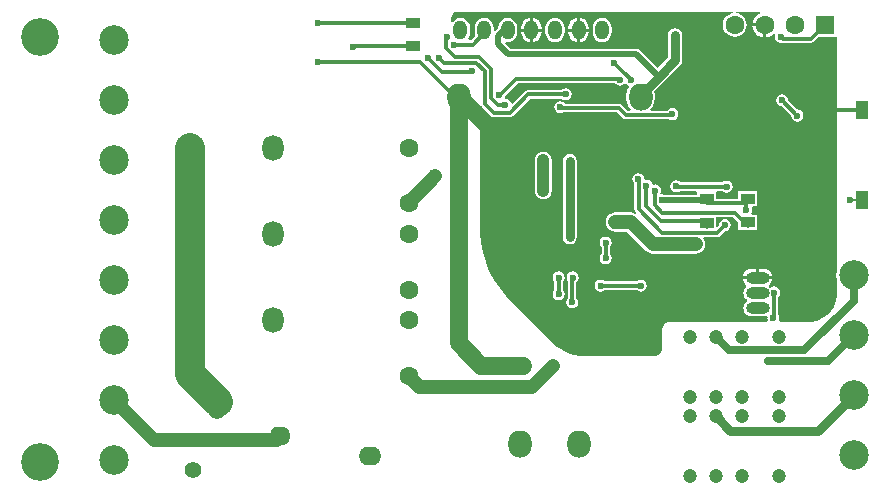
<source format=gtl>
G04 Layer_Physical_Order=1*
G04 Layer_Color=255*
%FSLAX44Y44*%
%MOMM*%
G71*
G01*
G75*
%ADD10R,1.2000X0.9000*%
%ADD11R,1.0000X1.6000*%
%ADD12C,0.3000*%
%ADD13C,1.2000*%
%ADD14C,0.7000*%
%ADD15C,0.8000*%
%ADD16C,0.2000*%
%ADD17C,0.5000*%
%ADD18C,1.0000*%
%ADD19C,2.5000*%
%ADD20C,1.5000*%
%ADD21C,1.6000*%
%ADD22R,1.6000X1.6000*%
%ADD23C,1.2000*%
%ADD24C,2.5000*%
%ADD25O,1.8000X2.2000*%
%ADD26O,1.8000X1.6000*%
%ADD27O,1.9000X1.6000*%
%ADD28C,3.2000*%
%ADD29O,2.0000X2.3000*%
%ADD30C,1.4000*%
%ADD31O,2.0000X1.0000*%
%ADD32O,2.0000X1.0000*%
%ADD33O,1.2000X1.6000*%
%ADD34C,0.6000*%
G36*
X635005Y405161D02*
X633241Y404431D01*
X631039Y402741D01*
X629349Y400540D01*
X628287Y397976D01*
X628092Y396494D01*
X638556D01*
Y395224D01*
X639826D01*
Y384760D01*
X641308Y384955D01*
X643872Y386017D01*
X646073Y387707D01*
X646243Y387928D01*
X647308Y387269D01*
X646920Y385318D01*
X647308Y383367D01*
X648413Y381713D01*
X650067Y380608D01*
X652018Y380220D01*
X652745Y380365D01*
X653796Y380155D01*
X677856D01*
X679222Y380427D01*
X680379Y381201D01*
X684403Y385224D01*
X698500D01*
X699356Y385224D01*
X699770Y384126D01*
Y230632D01*
X699770Y187552D01*
X699613Y187173D01*
X699115Y183388D01*
X699613Y179603D01*
X699770Y179224D01*
Y168148D01*
X699770Y168148D01*
X699770Y165771D01*
X698842Y161109D01*
X697024Y156718D01*
X694383Y152766D01*
X691022Y149405D01*
X687070Y146764D01*
X682678Y144945D01*
X678017Y144018D01*
X675640Y144018D01*
X651076D01*
X650478Y145138D01*
X650632Y145369D01*
X651020Y147320D01*
X650632Y149271D01*
X649999Y150219D01*
Y165027D01*
X650035Y165051D01*
X651140Y166705D01*
X651528Y168656D01*
X651140Y170607D01*
X650035Y172261D01*
X648381Y173366D01*
X646430Y173754D01*
X644479Y173366D01*
X643154Y172480D01*
X642452Y173394D01*
X642170Y173611D01*
Y175212D01*
X642838Y175724D01*
X644046Y177299D01*
X644806Y179134D01*
X644898Y179832D01*
X632460D01*
X620022D01*
X620114Y179134D01*
X620874Y177299D01*
X622082Y175724D01*
X622750Y175212D01*
Y173611D01*
X622468Y173394D01*
X621345Y171932D01*
X620640Y170229D01*
X620400Y168402D01*
X620640Y166575D01*
X621345Y164872D01*
X622468Y163410D01*
X623212Y162839D01*
Y161265D01*
X622467Y160694D01*
X621345Y159232D01*
X620640Y157529D01*
X620400Y155702D01*
X620640Y153875D01*
X621345Y152172D01*
X622467Y150710D01*
X623930Y149587D01*
X625633Y148882D01*
X627460Y148642D01*
X637460D01*
X639287Y148882D01*
X639889Y149132D01*
X641003Y148218D01*
X640824Y147320D01*
X641212Y145369D01*
X641367Y145138D01*
X640768Y144018D01*
X557530Y144018D01*
Y144018D01*
X556440Y143911D01*
X554426Y143076D01*
X552884Y141535D01*
X552049Y139520D01*
X551942Y138430D01*
X551942Y122428D01*
X551942Y122428D01*
Y121652D01*
X551639Y120131D01*
X551046Y118698D01*
X550184Y117409D01*
X549087Y116312D01*
X547798Y115450D01*
X546365Y114857D01*
X544843Y114554D01*
X544068D01*
X487963Y114554D01*
X485911D01*
X481827Y114956D01*
X477802Y115757D01*
X473875Y116948D01*
X470083Y118519D01*
X466464Y120453D01*
X463052Y122733D01*
X459879Y125337D01*
X458428Y126787D01*
X422497Y162719D01*
X422497Y162719D01*
X422497Y162719D01*
X419504Y165712D01*
X414132Y172258D01*
X409428Y179298D01*
X405436Y186766D01*
X402196Y194589D01*
X399738Y202692D01*
X398086Y210997D01*
X397256Y219424D01*
X397256Y223657D01*
X397256Y306070D01*
X397256Y326957D01*
X398526Y327082D01*
X398531Y327056D01*
X399305Y325899D01*
X406821Y318383D01*
X407978Y317609D01*
X409344Y317337D01*
X422506D01*
X423872Y317609D01*
X425029Y318383D01*
X439478Y332831D01*
X466349D01*
X466373Y332795D01*
X468027Y331690D01*
X469978Y331302D01*
X471929Y331690D01*
X473583Y332795D01*
X474688Y334449D01*
X475076Y336400D01*
X474688Y338351D01*
X473583Y340005D01*
X471929Y341110D01*
X469978Y341498D01*
X468027Y341110D01*
X466373Y340005D01*
X466349Y339969D01*
X438000D01*
X436634Y339697D01*
X435477Y338923D01*
X425027Y328473D01*
X423648Y328891D01*
X423556Y329357D01*
X422451Y331011D01*
X420797Y332116D01*
X419007Y332472D01*
X418217Y333575D01*
X418222Y333583D01*
X418497Y334964D01*
X429214Y345681D01*
X512160D01*
X512523Y345137D01*
X514177Y344032D01*
X516128Y343644D01*
X518079Y344032D01*
X519733Y345137D01*
X519938Y345444D01*
X521208D01*
X521413Y345137D01*
X523046Y344046D01*
X523243Y343900D01*
X523580Y342655D01*
X522956Y341842D01*
X521747Y338923D01*
X521334Y335790D01*
Y332790D01*
X521747Y329657D01*
X522956Y326738D01*
X524879Y324231D01*
X525253Y323945D01*
X524844Y322743D01*
X522536D01*
X517865Y327413D01*
X516708Y328187D01*
X515342Y328459D01*
X469671D01*
X469167Y329213D01*
X467513Y330318D01*
X465562Y330706D01*
X463611Y330318D01*
X461957Y329213D01*
X460852Y327559D01*
X460464Y325608D01*
X460852Y323657D01*
X461957Y322003D01*
X463611Y320898D01*
X465562Y320510D01*
X467513Y320898D01*
X468147Y321321D01*
X513864D01*
X518535Y316651D01*
X519692Y315877D01*
X521058Y315605D01*
X557581D01*
X558373Y315076D01*
X560324Y314688D01*
X562275Y315076D01*
X563929Y316181D01*
X565034Y317835D01*
X565422Y319786D01*
X565034Y321737D01*
X563929Y323391D01*
X562275Y324496D01*
X560324Y324884D01*
X558373Y324496D01*
X556719Y323391D01*
X556286Y322743D01*
X542032D01*
X541623Y323945D01*
X541996Y324231D01*
X543920Y326738D01*
X545129Y329657D01*
X545542Y332790D01*
Y335790D01*
X545129Y338923D01*
X545071Y339062D01*
X553093Y347083D01*
X553093Y347083D01*
X566936Y360926D01*
X568262Y362911D01*
X568727Y365252D01*
Y386334D01*
X568262Y388675D01*
X566936Y390660D01*
X564951Y391986D01*
X562610Y392452D01*
X560269Y391986D01*
X558284Y390660D01*
X556958Y388675D01*
X556493Y386334D01*
Y367786D01*
X547686Y358979D01*
X532834Y373830D01*
X531346Y374825D01*
X529590Y375174D01*
X423287D01*
X418522Y379939D01*
X418557Y380063D01*
X419189Y381068D01*
X420944Y380837D01*
X423032Y381112D01*
X424978Y381918D01*
X426650Y383200D01*
X427932Y384871D01*
X428738Y386818D01*
X429013Y388906D01*
Y392906D01*
X428738Y394994D01*
X427932Y396940D01*
X426650Y398612D01*
X424978Y399894D01*
X423032Y400700D01*
X420944Y400975D01*
X418856Y400700D01*
X416909Y399894D01*
X415238Y398612D01*
X413956Y396940D01*
X413150Y394994D01*
X412875Y392906D01*
Y392440D01*
X410283Y389848D01*
X409013Y390374D01*
Y392906D01*
X408738Y394994D01*
X407932Y396940D01*
X406650Y398612D01*
X404978Y399894D01*
X403032Y400700D01*
X400944Y400975D01*
X398856Y400700D01*
X396909Y399894D01*
X395238Y398612D01*
X393956Y396940D01*
X393150Y394994D01*
X392875Y392906D01*
Y388906D01*
X393150Y386818D01*
X393611Y385704D01*
X390431Y382524D01*
X387732D01*
X387105Y383794D01*
X387932Y384871D01*
X388738Y386818D01*
X389013Y388906D01*
Y392906D01*
X388738Y394994D01*
X387932Y396940D01*
X386650Y398612D01*
X384978Y399894D01*
X383032Y400700D01*
X380944Y400975D01*
X378856Y400700D01*
X376909Y399894D01*
X375238Y398612D01*
X374396Y397514D01*
X373126Y397945D01*
Y400050D01*
X373126Y400050D01*
X373126Y400050D01*
X373167Y401229D01*
X373507Y402939D01*
X374253Y404742D01*
X375337Y406365D01*
X375404Y406431D01*
X611942D01*
X612025Y405161D01*
X610546Y404967D01*
X608113Y403959D01*
X606024Y402356D01*
X604421Y400267D01*
X603413Y397835D01*
X603070Y395224D01*
X603413Y392613D01*
X604421Y390181D01*
X606024Y388092D01*
X608113Y386489D01*
X610546Y385481D01*
X613156Y385138D01*
X615766Y385481D01*
X618199Y386489D01*
X620288Y388092D01*
X621891Y390181D01*
X622899Y392613D01*
X623242Y395224D01*
X622899Y397835D01*
X621891Y400267D01*
X620288Y402356D01*
X618199Y403959D01*
X615766Y404967D01*
X614287Y405161D01*
X614370Y406431D01*
X634752D01*
X635005Y405161D01*
D02*
G37*
%LPC*%
G36*
X482214Y401353D02*
Y392176D01*
X489558D01*
Y392906D01*
X489264Y395135D01*
X488404Y397213D01*
X487035Y398997D01*
X485251Y400366D01*
X483173Y401226D01*
X482214Y401353D01*
D02*
G37*
G36*
X442214D02*
Y392176D01*
X449558D01*
Y392906D01*
X449264Y395135D01*
X448404Y397213D01*
X447035Y398997D01*
X445251Y400366D01*
X443173Y401226D01*
X442214Y401353D01*
D02*
G37*
G36*
X439674D02*
X438715Y401226D01*
X436637Y400366D01*
X434853Y398997D01*
X433484Y397213D01*
X432624Y395135D01*
X432330Y392906D01*
Y392176D01*
X439674D01*
Y401353D01*
D02*
G37*
G36*
X479674Y401353D02*
X478715Y401226D01*
X476637Y400366D01*
X474853Y398997D01*
X473484Y397213D01*
X472624Y395135D01*
X472330Y392906D01*
Y392176D01*
X479674D01*
Y401353D01*
D02*
G37*
G36*
X637286Y393954D02*
X628092D01*
X628287Y392472D01*
X629349Y389908D01*
X631039Y387707D01*
X633241Y386017D01*
X635804Y384955D01*
X637286Y384760D01*
Y393954D01*
D02*
G37*
G36*
X500944Y400975D02*
X498856Y400700D01*
X496909Y399894D01*
X495238Y398612D01*
X493956Y396940D01*
X493150Y394994D01*
X492875Y392906D01*
Y388906D01*
X493150Y386818D01*
X493956Y384871D01*
X495238Y383200D01*
X496909Y381918D01*
X498856Y381112D01*
X500944Y380837D01*
X503032Y381112D01*
X504978Y381918D01*
X506650Y383200D01*
X507932Y384871D01*
X508738Y386818D01*
X509013Y388906D01*
Y392906D01*
X508738Y394994D01*
X507932Y396940D01*
X506650Y398612D01*
X504978Y399894D01*
X503032Y400700D01*
X500944Y400975D01*
D02*
G37*
G36*
X460944D02*
X458856Y400700D01*
X456909Y399894D01*
X455238Y398612D01*
X453956Y396940D01*
X453150Y394994D01*
X452875Y392906D01*
Y388906D01*
X453150Y386818D01*
X453956Y384871D01*
X455238Y383200D01*
X456909Y381918D01*
X458856Y381112D01*
X460944Y380837D01*
X463032Y381112D01*
X464978Y381918D01*
X466650Y383200D01*
X467932Y384871D01*
X468738Y386818D01*
X469013Y388906D01*
Y392906D01*
X468738Y394994D01*
X467932Y396940D01*
X466650Y398612D01*
X464978Y399894D01*
X463032Y400700D01*
X460944Y400975D01*
D02*
G37*
G36*
X479674Y389636D02*
X472330D01*
Y388906D01*
X472624Y386677D01*
X473484Y384599D01*
X474853Y382815D01*
X476637Y381446D01*
X478715Y380586D01*
X479674Y380460D01*
Y389636D01*
D02*
G37*
G36*
X449558D02*
X442214D01*
Y380460D01*
X443173Y380586D01*
X445251Y381446D01*
X447035Y382815D01*
X448404Y384599D01*
X449264Y386677D01*
X449558Y388906D01*
Y389636D01*
D02*
G37*
G36*
X439674D02*
X432330D01*
Y388906D01*
X432624Y386677D01*
X433484Y384599D01*
X434853Y382815D01*
X436637Y381446D01*
X438715Y380586D01*
X439674Y380460D01*
Y389636D01*
D02*
G37*
G36*
X489558D02*
X482214D01*
Y380460D01*
X483173Y380586D01*
X485251Y381446D01*
X487035Y382815D01*
X488404Y384599D01*
X489264Y386677D01*
X489558Y388906D01*
Y389636D01*
D02*
G37*
G36*
X653288Y336568D02*
X651337Y336180D01*
X649683Y335075D01*
X648578Y333421D01*
X648190Y331470D01*
X648578Y329519D01*
X649683Y327865D01*
X651337Y326760D01*
X653288Y326372D01*
X653331Y326381D01*
X661153Y318559D01*
X661144Y318516D01*
X661532Y316565D01*
X662637Y314911D01*
X664291Y313806D01*
X666242Y313418D01*
X668193Y313806D01*
X669847Y314911D01*
X670952Y316565D01*
X671340Y318516D01*
X670952Y320467D01*
X669847Y322121D01*
X668193Y323226D01*
X666242Y323614D01*
X666199Y323605D01*
X658377Y331427D01*
X658386Y331470D01*
X657998Y333421D01*
X656893Y335075D01*
X655239Y336180D01*
X653288Y336568D01*
D02*
G37*
G36*
X531622Y269766D02*
X529671Y269378D01*
X528017Y268273D01*
X526912Y266619D01*
X526524Y264668D01*
X526912Y262717D01*
X528017Y261063D01*
X528133Y260986D01*
Y239442D01*
X528405Y238076D01*
X529179Y236919D01*
X529730Y236367D01*
X529053Y235334D01*
X527106Y236140D01*
X525018Y236415D01*
X511810D01*
X509722Y236140D01*
X507775Y235334D01*
X506104Y234052D01*
X504822Y232381D01*
X504016Y230434D01*
X503741Y228346D01*
X504016Y226258D01*
X504822Y224312D01*
X506104Y222640D01*
X507775Y221358D01*
X509722Y220552D01*
X510666Y220428D01*
X511810Y220200D01*
X512197Y220277D01*
X521676D01*
X538108Y203844D01*
X539780Y202562D01*
X541726Y201756D01*
X543814Y201481D01*
X580136D01*
X582224Y201756D01*
X584170Y202562D01*
X585842Y203844D01*
X587124Y205515D01*
X587930Y207462D01*
X588205Y209550D01*
X587930Y211638D01*
X587124Y213584D01*
X586519Y214373D01*
X587145Y215643D01*
X598180D01*
X599546Y215915D01*
X600703Y216689D01*
X604731Y220717D01*
X604774Y220708D01*
X606725Y221096D01*
X608379Y222201D01*
X609484Y223855D01*
X609872Y225806D01*
X609484Y227757D01*
X608379Y229411D01*
X606725Y230516D01*
X604774Y230904D01*
X602823Y230516D01*
X601169Y229411D01*
X600064Y227757D01*
X599676Y225806D01*
X599685Y225763D01*
X598453Y224532D01*
X597280Y225018D01*
Y232651D01*
X611584D01*
X616078Y228157D01*
Y221498D01*
X623746D01*
X624332Y221381D01*
X624918Y221498D01*
X632078D01*
Y234498D01*
X627755D01*
X627076Y235768D01*
X627772Y236809D01*
X628160Y238760D01*
X627868Y240228D01*
X628657Y241498D01*
X632078D01*
Y254498D01*
X616078D01*
Y248011D01*
X597280D01*
Y253479D01*
X597280Y253990D01*
X598235Y254749D01*
X602669D01*
X602693Y254713D01*
X604347Y253608D01*
X606298Y253220D01*
X608249Y253608D01*
X609903Y254713D01*
X611008Y256367D01*
X611396Y258318D01*
X611008Y260269D01*
X609903Y261923D01*
X608249Y263028D01*
X606298Y263416D01*
X604347Y263028D01*
X602693Y261923D01*
X602669Y261887D01*
X567425D01*
X567231Y262177D01*
X565577Y263282D01*
X563626Y263670D01*
X561675Y263282D01*
X560021Y262177D01*
X558916Y260523D01*
X558528Y258572D01*
X558916Y256621D01*
X560021Y254967D01*
X561675Y253862D01*
X563626Y253474D01*
X565577Y253862D01*
X566905Y254749D01*
X580325D01*
X581280Y253990D01*
X581280Y253479D01*
Y251222D01*
X554075D01*
X553893Y251344D01*
X551942Y251732D01*
X550785Y251502D01*
X550021Y252645D01*
X550302Y253065D01*
X550690Y255016D01*
X550302Y256967D01*
X549197Y258621D01*
X547543Y259726D01*
X545592Y260114D01*
X544458Y259888D01*
X543000Y260709D01*
X542936Y261031D01*
X541831Y262685D01*
X540177Y263790D01*
X538226Y264178D01*
X537802Y264094D01*
X536623Y265154D01*
X536332Y266619D01*
X535227Y268273D01*
X533573Y269378D01*
X531622Y269766D01*
D02*
G37*
G36*
X451104Y287730D02*
X449277Y287490D01*
X447574Y286784D01*
X446112Y285662D01*
X444990Y284200D01*
X444284Y282497D01*
X444044Y280670D01*
Y254508D01*
X444284Y252681D01*
X444990Y250978D01*
X446112Y249516D01*
X447574Y248393D01*
X449277Y247688D01*
X451104Y247448D01*
X452931Y247688D01*
X454634Y248393D01*
X456096Y249516D01*
X457219Y250978D01*
X457924Y252681D01*
X458164Y254508D01*
Y280670D01*
X457924Y282497D01*
X457219Y284200D01*
X456096Y285662D01*
X454634Y286784D01*
X452931Y287490D01*
X451104Y287730D01*
D02*
G37*
G36*
X473456Y286026D02*
X471115Y285560D01*
X469130Y284234D01*
X467804Y282249D01*
X467338Y279908D01*
Y215646D01*
X467804Y213305D01*
X469130Y211320D01*
X471115Y209994D01*
X473456Y209529D01*
X475797Y209994D01*
X477782Y211320D01*
X479108Y213305D01*
X479574Y215646D01*
Y279908D01*
X479108Y282249D01*
X477782Y284234D01*
X475797Y285560D01*
X473456Y286026D01*
D02*
G37*
G36*
X503936Y215918D02*
X501985Y215530D01*
X500331Y214425D01*
X499226Y212771D01*
X498838Y210820D01*
X499226Y208869D01*
X500331Y207215D01*
X500367Y207191D01*
Y201241D01*
X500331Y201217D01*
X499226Y199563D01*
X498838Y197612D01*
X499226Y195661D01*
X500331Y194007D01*
X501985Y192902D01*
X503936Y192514D01*
X505887Y192902D01*
X507541Y194007D01*
X508646Y195661D01*
X509034Y197612D01*
X508646Y199563D01*
X507541Y201217D01*
X507505Y201241D01*
Y207191D01*
X507541Y207215D01*
X508646Y208869D01*
X509034Y210820D01*
X508646Y212771D01*
X507541Y214425D01*
X505887Y215530D01*
X503936Y215918D01*
D02*
G37*
G36*
X637460Y188707D02*
X633730D01*
Y182372D01*
X644898D01*
X644806Y183070D01*
X644046Y184904D01*
X642838Y186480D01*
X641263Y187688D01*
X639428Y188448D01*
X637460Y188707D01*
D02*
G37*
G36*
X631190D02*
X627460D01*
X625492Y188448D01*
X623657Y187688D01*
X622082Y186480D01*
X620874Y184904D01*
X620114Y183070D01*
X620022Y182372D01*
X631190D01*
Y188707D01*
D02*
G37*
G36*
X533654Y179596D02*
X531703Y179208D01*
X530049Y178103D01*
X530025Y178067D01*
X503247D01*
X503223Y178103D01*
X501569Y179208D01*
X499618Y179596D01*
X497667Y179208D01*
X496013Y178103D01*
X494908Y176449D01*
X494520Y174498D01*
X494908Y172547D01*
X496013Y170893D01*
X497667Y169788D01*
X499618Y169400D01*
X501569Y169788D01*
X503223Y170893D01*
X503247Y170929D01*
X530025D01*
X530049Y170893D01*
X531703Y169788D01*
X533654Y169400D01*
X535605Y169788D01*
X537259Y170893D01*
X538364Y172547D01*
X538752Y174498D01*
X538364Y176449D01*
X537259Y178103D01*
X535605Y179208D01*
X533654Y179596D01*
D02*
G37*
G36*
X464058Y186454D02*
X462107Y186066D01*
X460453Y184961D01*
X459348Y183307D01*
X458960Y181356D01*
X459348Y179405D01*
X460453Y177751D01*
X460489Y177727D01*
Y170761D01*
X460453Y170737D01*
X459348Y169083D01*
X458960Y167132D01*
X459348Y165181D01*
X460453Y163527D01*
X462107Y162422D01*
X464058Y162034D01*
X466009Y162422D01*
X467663Y163527D01*
X468768Y165181D01*
X469156Y167132D01*
X468768Y169083D01*
X467663Y170737D01*
X467627Y170761D01*
Y177727D01*
X467663Y177751D01*
X468768Y179405D01*
X469156Y181356D01*
X468768Y183307D01*
X467663Y184961D01*
X466009Y186066D01*
X464058Y186454D01*
D02*
G37*
G36*
X475996D02*
X474045Y186066D01*
X472391Y184961D01*
X471286Y183307D01*
X470898Y181356D01*
X471286Y179405D01*
X471919Y178457D01*
Y163903D01*
X471883Y163879D01*
X470778Y162225D01*
X470390Y160274D01*
X470778Y158323D01*
X471883Y156669D01*
X473537Y155564D01*
X475488Y155176D01*
X477439Y155564D01*
X479093Y156669D01*
X480198Y158323D01*
X480586Y160274D01*
X480198Y162225D01*
X479093Y163879D01*
X479057Y163903D01*
Y177388D01*
X479601Y177751D01*
X480706Y179405D01*
X481094Y181356D01*
X480706Y183307D01*
X479601Y184961D01*
X477947Y186066D01*
X475996Y186454D01*
D02*
G37*
%LPD*%
D10*
X624078Y227998D02*
D03*
Y247998D02*
D03*
X589280Y227490D02*
D03*
Y247490D02*
D03*
X340360Y397096D02*
D03*
Y377096D02*
D03*
D11*
X720598Y246738D02*
D03*
Y323238D02*
D03*
D12*
X623824Y244442D02*
X624332Y244950D01*
X623062Y243680D02*
X623824Y244442D01*
X695960Y322834D02*
X696364Y323238D01*
X720598D01*
X464058Y167132D02*
Y181356D01*
X475488Y160274D02*
Y180848D01*
X475996Y181356D01*
X653288Y331470D02*
X666242Y318516D01*
X653796Y383724D02*
X677856D01*
X689356Y395224D01*
X652018Y384302D02*
Y385318D01*
X465562Y324890D02*
Y325608D01*
X545442Y254866D02*
X545592Y255016D01*
X545442Y242425D02*
Y254866D01*
Y242425D02*
X551647Y236220D01*
X531622Y263478D02*
Y264668D01*
Y263478D02*
X531702Y263398D01*
X563626Y258572D02*
X563880Y258318D01*
X606298D01*
X598180Y219212D02*
X604774Y225806D01*
X584360Y229616D02*
X589534Y224442D01*
X623062Y238760D02*
Y243680D01*
X613062Y236220D02*
X624332Y224950D01*
X551647Y236220D02*
X613062D01*
X589534Y244442D02*
X623824D01*
X503936Y197612D02*
Y210820D01*
X499618Y174498D02*
X533654D01*
X645922Y147320D02*
X645960Y147358D01*
X646430D02*
Y168656D01*
X531702Y239442D02*
Y263398D01*
Y239442D02*
X551932Y219212D01*
X598180D01*
X538226Y242062D02*
Y259080D01*
Y242062D02*
X550672Y229616D01*
X584360D01*
X515620Y349250D02*
X516128Y348742D01*
X525018D02*
Y349044D01*
X518820Y355242D02*
X525018Y349044D01*
X518772Y355242D02*
X518820D01*
X511048Y362966D02*
X518772Y355242D01*
X375412Y378460D02*
X391414D01*
X368912Y384914D02*
X369316Y385318D01*
X368912Y375308D02*
Y384914D01*
Y375308D02*
X375920Y368300D01*
X362458Y367538D02*
X366696Y363300D01*
X353822Y366982D02*
Y367538D01*
X391414Y378460D02*
X403606Y390652D01*
X413766Y335280D02*
X427736Y349250D01*
X515620D01*
X353822Y366982D02*
X365204Y355600D01*
X390906D01*
X441452Y321818D02*
Y322834D01*
X394382Y363300D02*
X401828Y355854D01*
X366696Y363300D02*
X394382D01*
X465562Y324890D02*
X515342D01*
X521058Y319174D01*
X558038D01*
X412448Y327406D02*
X418846D01*
X406828Y333026D02*
X412448Y327406D01*
X438000Y336400D02*
X469978D01*
X422506Y320906D02*
X438000Y336400D01*
X406828Y333026D02*
Y357925D01*
X375920Y368300D02*
X396453D01*
X406828Y357925D01*
X260764Y397096D02*
X340360D01*
X260604Y397256D02*
X260764Y397096D01*
X290228Y377096D02*
X340360D01*
X290068Y376936D02*
X290228Y377096D01*
X401828Y328422D02*
Y355854D01*
Y328422D02*
X409344Y320906D01*
X422506D01*
X260096Y363728D02*
X346964D01*
X376402Y334290D01*
X379438D01*
D13*
X511810Y228346D02*
X525018D01*
X441452Y88900D02*
X458978Y106426D01*
X346192Y88900D02*
X441452D01*
X337058Y98034D02*
X346192Y88900D01*
X543814Y209550D02*
X580136D01*
X525018Y228346D02*
X543814Y209550D01*
X87884Y77470D02*
X121158Y44196D01*
X225788D01*
X228446Y46854D01*
X337058Y244084D02*
Y244602D01*
X359410Y266954D01*
D14*
X672096Y119900D02*
X713740Y161544D01*
X608402Y119900D02*
X672096D01*
X596902Y131400D02*
X608402Y119900D01*
X713740Y161544D02*
Y183388D01*
X641350Y110808D02*
X691960D01*
X713740Y132588D01*
D15*
X683514Y51562D02*
X713740Y81788D01*
X609348Y51562D02*
X683514D01*
X596902Y64008D02*
X609348Y51562D01*
X473456Y215646D02*
Y279908D01*
X533438Y336080D02*
X548767Y351409D01*
X562610Y365252D01*
Y386334D01*
D16*
X711050Y246738D02*
X720598D01*
X710946Y246634D02*
X711050Y246738D01*
D17*
X551942Y246634D02*
X587342D01*
X417830Y390906D02*
X420944D01*
X412750Y379222D02*
Y385826D01*
X417830Y390906D01*
X412750Y379222D02*
X421386Y370586D01*
X529590D01*
X548767Y351409D01*
D18*
X451104Y254508D02*
Y280670D01*
D19*
X152058Y99402D02*
Y291084D01*
Y99402D02*
X175895Y75565D01*
D20*
X398526Y106680D02*
X433578D01*
X379438Y125768D02*
Y334290D01*
Y125768D02*
X398526Y106680D01*
X404356Y309372D02*
X423926D01*
X379438Y334290D02*
X404356Y309372D01*
D21*
X638556Y395224D02*
D03*
X663956D02*
D03*
X613156D02*
D03*
X337058Y244084D02*
D03*
Y291084D02*
D03*
Y98034D02*
D03*
Y145034D02*
D03*
Y171059D02*
D03*
Y218059D02*
D03*
D22*
X689356Y395224D02*
D03*
D23*
X574902Y13208D02*
D03*
X596902D02*
D03*
X618902D02*
D03*
X650902D02*
D03*
X574902Y64008D02*
D03*
X596902D02*
D03*
X618902D02*
D03*
X650902D02*
D03*
Y131400D02*
D03*
X618902D02*
D03*
X596902D02*
D03*
X574902D02*
D03*
X650902Y80600D02*
D03*
X618902D02*
D03*
X596902D02*
D03*
X574902D02*
D03*
D24*
X87884Y382270D02*
D03*
Y331470D02*
D03*
Y280670D02*
D03*
Y229870D02*
D03*
Y26670D02*
D03*
Y77470D02*
D03*
Y128270D02*
D03*
Y179070D02*
D03*
X713740Y30988D02*
D03*
Y81788D02*
D03*
Y132588D02*
D03*
Y183388D02*
D03*
D25*
X152058Y291084D02*
D03*
X222058D02*
D03*
X152058Y145034D02*
D03*
X222058D02*
D03*
X152058Y218059D02*
D03*
X222058D02*
D03*
D26*
X228446Y46854D02*
D03*
D27*
X304446Y29854D02*
D03*
D28*
X25000Y385000D02*
D03*
Y25000D02*
D03*
D29*
X379438Y334290D02*
D03*
X533438D02*
D03*
X431438Y40290D02*
D03*
X481438D02*
D03*
D30*
X174846Y68688D02*
D03*
X154846Y18688D02*
D03*
D31*
X632460Y181102D02*
D03*
Y155702D02*
D03*
D32*
Y168402D02*
D03*
D33*
X500944Y390906D02*
D03*
X420944D02*
D03*
X440944D02*
D03*
X460944D02*
D03*
X400944D02*
D03*
X380944D02*
D03*
X480944D02*
D03*
D34*
X400304Y222758D02*
D03*
X641350Y110808D02*
D03*
X581152Y361962D02*
D03*
Y353200D02*
D03*
Y370332D02*
D03*
X458978Y106426D02*
D03*
X409702Y103378D02*
D03*
X433832Y102870D02*
D03*
X484886Y204216D02*
D03*
X520700Y122590D02*
D03*
Y148590D02*
D03*
X464058Y181356D02*
D03*
Y167132D02*
D03*
X475488Y160274D02*
D03*
X666242Y318516D02*
D03*
X653288Y331470D02*
D03*
X710946Y246634D02*
D03*
X652018Y385318D02*
D03*
X473456Y215646D02*
D03*
Y279908D02*
D03*
X465562Y325608D02*
D03*
X545592Y255016D02*
D03*
X538226Y259080D02*
D03*
X531622Y264668D02*
D03*
X563626Y258572D02*
D03*
X606298Y258318D02*
D03*
X623062Y238760D02*
D03*
X551942Y246634D02*
D03*
X609004Y187636D02*
D03*
X570484Y176686D02*
D03*
Y195580D02*
D03*
X556040Y151384D02*
D03*
X556260Y175260D02*
D03*
X439186Y314608D02*
D03*
X481564D02*
D03*
X498032D02*
D03*
X436838Y294140D02*
D03*
X420370D02*
D03*
X451104Y254508D02*
D03*
Y280670D02*
D03*
X580644Y212712D02*
D03*
Y207010D02*
D03*
X511810Y225298D02*
D03*
Y231000D02*
D03*
X503936Y210820D02*
D03*
Y197612D02*
D03*
X475996Y181356D02*
D03*
X533654Y174498D02*
D03*
X499618D02*
D03*
X686816Y164846D02*
D03*
X645922Y147320D02*
D03*
X646430Y168656D02*
D03*
X560324Y319786D02*
D03*
X604774Y225806D02*
D03*
X362204Y265430D02*
D03*
X357886Y269494D02*
D03*
X525018Y348742D02*
D03*
X516128D02*
D03*
X511048Y362966D02*
D03*
X526288Y388366D02*
D03*
X362458Y367538D02*
D03*
X353822D02*
D03*
X369316Y385318D02*
D03*
X375412Y378460D02*
D03*
X413512Y335534D02*
D03*
X469978Y336400D02*
D03*
X441452Y322834D02*
D03*
X390906Y355854D02*
D03*
X418846Y327406D02*
D03*
X422656Y314198D02*
D03*
X503936Y331724D02*
D03*
X562864Y386334D02*
D03*
X260096Y363728D02*
D03*
X260604Y397256D02*
D03*
X290068Y376936D02*
D03*
M02*

</source>
